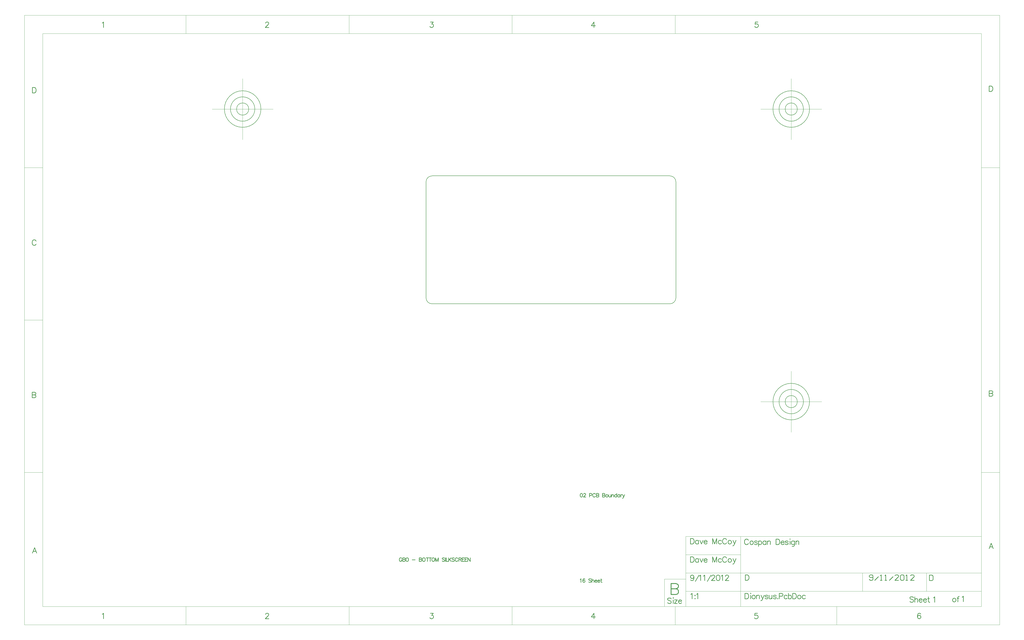
<source format=gbo>
%FSLAX25Y25*%
%MOIN*%
G70*
G01*
G75*
G04 Layer_Color=32896*
%ADD10R,0.02953X0.02559*%
%ADD11R,0.09843X0.03543*%
%ADD12R,0.00984X0.03150*%
%ADD13R,0.02559X0.02953*%
%ADD14R,0.04331X0.12598*%
%ADD15R,0.05906X0.05118*%
%ADD16R,0.02362X0.01969*%
%ADD17R,0.01969X0.02362*%
%ADD18R,0.01772X0.03937*%
%ADD19R,0.02362X0.03937*%
%ADD20R,0.02756X0.01969*%
%ADD21R,0.01969X0.02756*%
%ADD22R,0.07874X0.04724*%
%ADD23O,0.07087X0.01181*%
%ADD24O,0.01181X0.07087*%
%ADD25R,0.05315X0.01575*%
%ADD26R,0.05512X0.06299*%
%ADD27R,0.07087X0.07480*%
%ADD28R,0.05118X0.09055*%
%ADD29R,0.07087X0.11811*%
%ADD30R,0.04921X0.07284*%
%ADD31R,0.07480X0.02835*%
%ADD32R,0.04921X0.01378*%
%ADD33O,0.06102X0.02165*%
%ADD34C,0.00600*%
%ADD35C,0.01000*%
%ADD36C,0.02000*%
%ADD37C,0.03000*%
%ADD38C,0.01500*%
%ADD39C,0.00400*%
%ADD40C,0.00200*%
%ADD41C,0.01400*%
%ADD42C,0.06000*%
%ADD43C,0.03937*%
%ADD44C,0.05906*%
%ADD45C,0.02400*%
%ADD46C,0.04000*%
%ADD47C,0.14900*%
%ADD48C,0.06400*%
G04:AMPARAMS|DCode=49|XSize=80mil|YSize=80mil|CornerRadius=0mil|HoleSize=0mil|Usage=FLASHONLY|Rotation=0.000|XOffset=0mil|YOffset=0mil|HoleType=Round|Shape=Relief|Width=8mil|Gap=10mil|Entries=4|*
%AMTHD49*
7,0,0,0.08000,0.06000,0.00800,45*
%
%ADD49THD49*%
%ADD50C,0.09400*%
%ADD51C,0.03400*%
G04:AMPARAMS|DCode=52|XSize=50mil|YSize=50mil|CornerRadius=0mil|HoleSize=0mil|Usage=FLASHONLY|Rotation=0.000|XOffset=0mil|YOffset=0mil|HoleType=Round|Shape=Relief|Width=8mil|Gap=10mil|Entries=4|*
%AMTHD52*
7,0,0,0.05000,0.03000,0.00800,45*
%
%ADD52THD52*%
%ADD53C,0.00984*%
%ADD54C,0.02362*%
%ADD55C,0.00787*%
%ADD56C,0.00394*%
%ADD57R,0.03553X0.03159*%
%ADD58R,0.10394X0.04095*%
%ADD59R,0.01535X0.03701*%
%ADD60R,0.03159X0.03553*%
%ADD61R,0.04931X0.13198*%
%ADD62R,0.06506X0.05718*%
%ADD63R,0.02962X0.02569*%
%ADD64R,0.02569X0.02962*%
%ADD65R,0.02372X0.04537*%
%ADD66R,0.02962X0.04537*%
%ADD67R,0.03356X0.02569*%
%ADD68R,0.02569X0.03356*%
%ADD69R,0.08474X0.05324*%
%ADD70O,0.07687X0.01781*%
%ADD71O,0.01781X0.07687*%
%ADD72R,0.05915X0.02175*%
%ADD73R,0.06112X0.06899*%
%ADD74R,0.07687X0.08080*%
%ADD75R,0.05718X0.09655*%
%ADD76R,0.07687X0.12411*%
%ADD77R,0.05521X0.07883*%
%ADD78R,0.08080X0.03435*%
%ADD79R,0.05521X0.01978*%
%ADD80O,0.06702X0.02765*%
%ADD81C,0.00300*%
%ADD82C,0.06600*%
%ADD83C,0.04537*%
%ADD84C,0.06506*%
%ADD85C,0.03000*%
D34*
X400800Y400D02*
G03*
X410800Y10400I0J10000D01*
G01*
Y200400D02*
G03*
X400800Y210400I-10000J0D01*
G01*
X10800D02*
G03*
X800Y200400I0J-10000D01*
G01*
Y10400D02*
G03*
X10800Y400I10000J0D01*
G01*
X-270000Y320000D02*
G03*
X-270000Y320000I-30000J0D01*
G01*
X-280000D02*
G03*
X-280000Y320000I-20000J0D01*
G01*
X-290000D02*
G03*
X-290000Y320000I-10000J0D01*
G01*
X630000D02*
G03*
X630000Y320000I-30000J0D01*
G01*
X620000D02*
G03*
X620000Y320000I-20000J0D01*
G01*
X610000D02*
G03*
X610000Y320000I-10000J0D01*
G01*
X630000Y-160000D02*
G03*
X630000Y-160000I-30000J0D01*
G01*
X620000D02*
G03*
X620000Y-160000I-20000J0D01*
G01*
X610000D02*
G03*
X610000Y-160000I-10000J0D01*
G01*
X10800Y210400D02*
X400800D01*
X410800Y10400D02*
Y200400D01*
X10800Y400D02*
X400800D01*
X800Y10400D02*
Y200400D01*
D35*
X-38940Y-417457D02*
X-39226Y-416886D01*
X-39797Y-416315D01*
X-40369Y-416029D01*
X-41511D01*
X-42083Y-416315D01*
X-42654Y-416886D01*
X-42940Y-417457D01*
X-43225Y-418314D01*
Y-419742D01*
X-42940Y-420599D01*
X-42654Y-421171D01*
X-42083Y-421742D01*
X-41511Y-422028D01*
X-40369D01*
X-39797Y-421742D01*
X-39226Y-421171D01*
X-38940Y-420599D01*
Y-419742D01*
X-40369D02*
X-38940D01*
X-37569Y-416029D02*
Y-422028D01*
Y-416029D02*
X-34998D01*
X-34141Y-416315D01*
X-33856Y-416600D01*
X-33570Y-417172D01*
Y-417743D01*
X-33856Y-418314D01*
X-34141Y-418600D01*
X-34998Y-418886D01*
X-37569D02*
X-34998D01*
X-34141Y-419171D01*
X-33856Y-419457D01*
X-33570Y-420028D01*
Y-420885D01*
X-33856Y-421456D01*
X-34141Y-421742D01*
X-34998Y-422028D01*
X-37569D01*
X-30514Y-416029D02*
X-31371Y-416315D01*
X-31942Y-417172D01*
X-32228Y-418600D01*
Y-419457D01*
X-31942Y-420885D01*
X-31371Y-421742D01*
X-30514Y-422028D01*
X-29942D01*
X-29085Y-421742D01*
X-28514Y-420885D01*
X-28228Y-419457D01*
Y-418600D01*
X-28514Y-417172D01*
X-29085Y-416315D01*
X-29942Y-416029D01*
X-30514D01*
X-22173Y-419457D02*
X-17031D01*
X-10547Y-416029D02*
Y-422028D01*
Y-416029D02*
X-7976D01*
X-7119Y-416315D01*
X-6833Y-416600D01*
X-6547Y-417172D01*
Y-417743D01*
X-6833Y-418314D01*
X-7119Y-418600D01*
X-7976Y-418886D01*
X-10547D02*
X-7976D01*
X-7119Y-419171D01*
X-6833Y-419457D01*
X-6547Y-420028D01*
Y-420885D01*
X-6833Y-421456D01*
X-7119Y-421742D01*
X-7976Y-422028D01*
X-10547D01*
X-3491Y-416029D02*
X-4062Y-416315D01*
X-4634Y-416886D01*
X-4919Y-417457D01*
X-5205Y-418314D01*
Y-419742D01*
X-4919Y-420599D01*
X-4634Y-421171D01*
X-4062Y-421742D01*
X-3491Y-422028D01*
X-2348D01*
X-1777Y-421742D01*
X-1206Y-421171D01*
X-920Y-420599D01*
X-634Y-419742D01*
Y-418314D01*
X-920Y-417457D01*
X-1206Y-416886D01*
X-1777Y-416315D01*
X-2348Y-416029D01*
X-3491D01*
X2765D02*
Y-422028D01*
X765Y-416029D02*
X4764D01*
X7478D02*
Y-422028D01*
X5479Y-416029D02*
X9478D01*
X11906D02*
X11334Y-416315D01*
X10763Y-416886D01*
X10478Y-417457D01*
X10192Y-418314D01*
Y-419742D01*
X10478Y-420599D01*
X10763Y-421171D01*
X11334Y-421742D01*
X11906Y-422028D01*
X13048D01*
X13620Y-421742D01*
X14191Y-421171D01*
X14477Y-420599D01*
X14762Y-419742D01*
Y-418314D01*
X14477Y-417457D01*
X14191Y-416886D01*
X13620Y-416315D01*
X13048Y-416029D01*
X11906D01*
X16162D02*
Y-422028D01*
Y-416029D02*
X18447Y-422028D01*
X20732Y-416029D02*
X18447Y-422028D01*
X20732Y-416029D02*
Y-422028D01*
X31159Y-416886D02*
X30588Y-416315D01*
X29731Y-416029D01*
X28588D01*
X27731Y-416315D01*
X27160Y-416886D01*
Y-417457D01*
X27445Y-418029D01*
X27731Y-418314D01*
X28302Y-418600D01*
X30016Y-419171D01*
X30588Y-419457D01*
X30873Y-419742D01*
X31159Y-420314D01*
Y-421171D01*
X30588Y-421742D01*
X29731Y-422028D01*
X28588D01*
X27731Y-421742D01*
X27160Y-421171D01*
X32501Y-416029D02*
Y-422028D01*
X33758Y-416029D02*
Y-422028D01*
X37186D01*
X37843Y-416029D02*
Y-422028D01*
X41842Y-416029D02*
X37843Y-420028D01*
X39271Y-418600D02*
X41842Y-422028D01*
X47184Y-416886D02*
X46613Y-416315D01*
X45756Y-416029D01*
X44613D01*
X43756Y-416315D01*
X43185Y-416886D01*
Y-417457D01*
X43470Y-418029D01*
X43756Y-418314D01*
X44328Y-418600D01*
X46041Y-419171D01*
X46613Y-419457D01*
X46898Y-419742D01*
X47184Y-420314D01*
Y-421171D01*
X46613Y-421742D01*
X45756Y-422028D01*
X44613D01*
X43756Y-421742D01*
X43185Y-421171D01*
X52811Y-417457D02*
X52526Y-416886D01*
X51954Y-416315D01*
X51383Y-416029D01*
X50240D01*
X49669Y-416315D01*
X49098Y-416886D01*
X48812Y-417457D01*
X48527Y-418314D01*
Y-419742D01*
X48812Y-420599D01*
X49098Y-421171D01*
X49669Y-421742D01*
X50240Y-422028D01*
X51383D01*
X51954Y-421742D01*
X52526Y-421171D01*
X52811Y-420599D01*
X54497Y-416029D02*
Y-422028D01*
Y-416029D02*
X57068D01*
X57925Y-416315D01*
X58210Y-416600D01*
X58496Y-417172D01*
Y-417743D01*
X58210Y-418314D01*
X57925Y-418600D01*
X57068Y-418886D01*
X54497D01*
X56496D02*
X58496Y-422028D01*
X63552Y-416029D02*
X59838D01*
Y-422028D01*
X63552D01*
X59838Y-418886D02*
X62124D01*
X68265Y-416029D02*
X64552D01*
Y-422028D01*
X68265D01*
X64552Y-418886D02*
X66837D01*
X69265Y-416029D02*
Y-422028D01*
Y-416029D02*
X73264Y-422028D01*
Y-416029D02*
Y-422028D01*
X255214Y-310501D02*
X254357Y-310787D01*
X253786Y-311644D01*
X253500Y-313072D01*
Y-313929D01*
X253786Y-315357D01*
X254357Y-316214D01*
X255214Y-316500D01*
X255785D01*
X256642Y-316214D01*
X257213Y-315357D01*
X257499Y-313929D01*
Y-313072D01*
X257213Y-311644D01*
X256642Y-310787D01*
X255785Y-310501D01*
X255214D01*
X259127Y-311930D02*
Y-311644D01*
X259413Y-311073D01*
X259699Y-310787D01*
X260270Y-310501D01*
X261413D01*
X261984Y-310787D01*
X262269Y-311073D01*
X262555Y-311644D01*
Y-312215D01*
X262269Y-312787D01*
X261698Y-313644D01*
X258842Y-316500D01*
X262841D01*
X268897Y-313644D02*
X271468D01*
X272324Y-313358D01*
X272610Y-313072D01*
X272896Y-312501D01*
Y-311644D01*
X272610Y-311073D01*
X272324Y-310787D01*
X271468Y-310501D01*
X268897D01*
Y-316500D01*
X278523Y-311930D02*
X278238Y-311358D01*
X277666Y-310787D01*
X277095Y-310501D01*
X275952D01*
X275381Y-310787D01*
X274810Y-311358D01*
X274524Y-311930D01*
X274238Y-312787D01*
Y-314215D01*
X274524Y-315072D01*
X274810Y-315643D01*
X275381Y-316214D01*
X275952Y-316500D01*
X277095D01*
X277666Y-316214D01*
X278238Y-315643D01*
X278523Y-315072D01*
X280209Y-310501D02*
Y-316500D01*
Y-310501D02*
X282779D01*
X283636Y-310787D01*
X283922Y-311073D01*
X284208Y-311644D01*
Y-312215D01*
X283922Y-312787D01*
X283636Y-313072D01*
X282779Y-313358D01*
X280209D02*
X282779D01*
X283636Y-313644D01*
X283922Y-313929D01*
X284208Y-314500D01*
Y-315357D01*
X283922Y-315929D01*
X283636Y-316214D01*
X282779Y-316500D01*
X280209D01*
X290264Y-310501D02*
Y-316500D01*
Y-310501D02*
X292834D01*
X293691Y-310787D01*
X293977Y-311073D01*
X294263Y-311644D01*
Y-312215D01*
X293977Y-312787D01*
X293691Y-313072D01*
X292834Y-313358D01*
X290264D02*
X292834D01*
X293691Y-313644D01*
X293977Y-313929D01*
X294263Y-314500D01*
Y-315357D01*
X293977Y-315929D01*
X293691Y-316214D01*
X292834Y-316500D01*
X290264D01*
X297034Y-312501D02*
X296462Y-312787D01*
X295891Y-313358D01*
X295605Y-314215D01*
Y-314786D01*
X295891Y-315643D01*
X296462Y-316214D01*
X297034Y-316500D01*
X297890D01*
X298462Y-316214D01*
X299033Y-315643D01*
X299319Y-314786D01*
Y-314215D01*
X299033Y-313358D01*
X298462Y-312787D01*
X297890Y-312501D01*
X297034D01*
X300633D02*
Y-315357D01*
X300918Y-316214D01*
X301490Y-316500D01*
X302347D01*
X302918Y-316214D01*
X303775Y-315357D01*
Y-312501D02*
Y-316500D01*
X305346Y-312501D02*
Y-316500D01*
Y-313644D02*
X306203Y-312787D01*
X306774Y-312501D01*
X307631D01*
X308203Y-312787D01*
X308488Y-313644D01*
Y-316500D01*
X313487Y-310501D02*
Y-316500D01*
Y-313358D02*
X312916Y-312787D01*
X312345Y-312501D01*
X311488D01*
X310916Y-312787D01*
X310345Y-313358D01*
X310059Y-314215D01*
Y-314786D01*
X310345Y-315643D01*
X310916Y-316214D01*
X311488Y-316500D01*
X312345D01*
X312916Y-316214D01*
X313487Y-315643D01*
X318515Y-312501D02*
Y-316500D01*
Y-313358D02*
X317943Y-312787D01*
X317372Y-312501D01*
X316515D01*
X315944Y-312787D01*
X315372Y-313358D01*
X315087Y-314215D01*
Y-314786D01*
X315372Y-315643D01*
X315944Y-316214D01*
X316515Y-316500D01*
X317372D01*
X317943Y-316214D01*
X318515Y-315643D01*
X320114Y-312501D02*
Y-316500D01*
Y-314215D02*
X320400Y-313358D01*
X320971Y-312787D01*
X321543Y-312501D01*
X322399D01*
X323228D02*
X324942Y-316500D01*
X326656Y-312501D02*
X324942Y-316500D01*
X324371Y-317643D01*
X323799Y-318214D01*
X323228Y-318500D01*
X322942D01*
X253500Y-451644D02*
X254071Y-451358D01*
X254928Y-450501D01*
Y-456500D01*
X261327Y-451358D02*
X261041Y-450787D01*
X260184Y-450501D01*
X259613D01*
X258756Y-450787D01*
X258185Y-451644D01*
X257899Y-453072D01*
Y-454500D01*
X258185Y-455643D01*
X258756Y-456214D01*
X259613Y-456500D01*
X259899D01*
X260756Y-456214D01*
X261327Y-455643D01*
X261613Y-454786D01*
Y-454500D01*
X261327Y-453644D01*
X260756Y-453072D01*
X259899Y-452786D01*
X259613D01*
X258756Y-453072D01*
X258185Y-453644D01*
X257899Y-454500D01*
X271639Y-451358D02*
X271068Y-450787D01*
X270211Y-450501D01*
X269068D01*
X268211Y-450787D01*
X267640Y-451358D01*
Y-451930D01*
X267926Y-452501D01*
X268211Y-452786D01*
X268782Y-453072D01*
X270496Y-453644D01*
X271068Y-453929D01*
X271353Y-454215D01*
X271639Y-454786D01*
Y-455643D01*
X271068Y-456214D01*
X270211Y-456500D01*
X269068D01*
X268211Y-456214D01*
X267640Y-455643D01*
X272982Y-450501D02*
Y-456500D01*
Y-453644D02*
X273838Y-452786D01*
X274410Y-452501D01*
X275267D01*
X275838Y-452786D01*
X276124Y-453644D01*
Y-456500D01*
X277695Y-454215D02*
X281123D01*
Y-453644D01*
X280837Y-453072D01*
X280551Y-452786D01*
X279980Y-452501D01*
X279123D01*
X278552Y-452786D01*
X277980Y-453358D01*
X277695Y-454215D01*
Y-454786D01*
X277980Y-455643D01*
X278552Y-456214D01*
X279123Y-456500D01*
X279980D01*
X280551Y-456214D01*
X281123Y-455643D01*
X282408Y-454215D02*
X285836D01*
Y-453644D01*
X285550Y-453072D01*
X285265Y-452786D01*
X284693Y-452501D01*
X283836D01*
X283265Y-452786D01*
X282694Y-453358D01*
X282408Y-454215D01*
Y-454786D01*
X282694Y-455643D01*
X283265Y-456214D01*
X283836Y-456500D01*
X284693D01*
X285265Y-456214D01*
X285836Y-455643D01*
X287978Y-450501D02*
Y-455357D01*
X288264Y-456214D01*
X288835Y-456500D01*
X289407D01*
X287121Y-452501D02*
X289121D01*
X880091Y-480724D02*
X880947Y-480295D01*
X882233Y-479010D01*
Y-488008D01*
X826500Y-444503D02*
Y-453500D01*
X830999D01*
X832498Y-452001D01*
Y-446002D01*
X830999Y-444503D01*
X826500D01*
X833142Y-481708D02*
X833999Y-481280D01*
X835284Y-479994D01*
Y-488992D01*
X-530500Y461284D02*
X-529643Y461713D01*
X-528358Y462998D01*
Y454000D01*
X924500Y357998D02*
Y349000D01*
Y357998D02*
X927499D01*
X928785Y357570D01*
X929642Y356713D01*
X930070Y355856D01*
X930499Y354570D01*
Y352428D01*
X930070Y351142D01*
X929642Y350285D01*
X928785Y349429D01*
X927499Y349000D01*
X924500D01*
X529549Y-387581D02*
X529121Y-386724D01*
X528264Y-385867D01*
X527407Y-385439D01*
X525693D01*
X524836Y-385867D01*
X523979Y-386724D01*
X523551Y-387581D01*
X523122Y-388867D01*
Y-391009D01*
X523551Y-392295D01*
X523979Y-393152D01*
X524836Y-394008D01*
X525693Y-394437D01*
X527407D01*
X528264Y-394008D01*
X529121Y-393152D01*
X529549Y-392295D01*
X534220Y-388438D02*
X533363Y-388867D01*
X532506Y-389724D01*
X532077Y-391009D01*
Y-391866D01*
X532506Y-393152D01*
X533363Y-394008D01*
X534220Y-394437D01*
X535505D01*
X536362Y-394008D01*
X537219Y-393152D01*
X537647Y-391866D01*
Y-391009D01*
X537219Y-389724D01*
X536362Y-388867D01*
X535505Y-388438D01*
X534220D01*
X544332Y-389724D02*
X543903Y-388867D01*
X542618Y-388438D01*
X541332D01*
X540047Y-388867D01*
X539618Y-389724D01*
X540047Y-390581D01*
X540904Y-391009D01*
X543046Y-391438D01*
X543903Y-391866D01*
X544332Y-392723D01*
Y-393152D01*
X543903Y-394008D01*
X542618Y-394437D01*
X541332D01*
X540047Y-394008D01*
X539618Y-393152D01*
X546217Y-388438D02*
Y-397436D01*
Y-389724D02*
X547074Y-388867D01*
X547931Y-388438D01*
X549217D01*
X550073Y-388867D01*
X550930Y-389724D01*
X551359Y-391009D01*
Y-391866D01*
X550930Y-393152D01*
X550073Y-394008D01*
X549217Y-394437D01*
X547931D01*
X547074Y-394008D01*
X546217Y-393152D01*
X558429Y-388438D02*
Y-394437D01*
Y-389724D02*
X557572Y-388867D01*
X556715Y-388438D01*
X555429D01*
X554572Y-388867D01*
X553716Y-389724D01*
X553287Y-391009D01*
Y-391866D01*
X553716Y-393152D01*
X554572Y-394008D01*
X555429Y-394437D01*
X556715D01*
X557572Y-394008D01*
X558429Y-393152D01*
X560828Y-388438D02*
Y-394437D01*
Y-390152D02*
X562114Y-388867D01*
X562971Y-388438D01*
X564256D01*
X565113Y-388867D01*
X565542Y-390152D01*
Y-394437D01*
X574968Y-385439D02*
Y-394437D01*
Y-385439D02*
X577967D01*
X579253Y-385867D01*
X580110Y-386724D01*
X580538Y-387581D01*
X580967Y-388867D01*
Y-391009D01*
X580538Y-392295D01*
X580110Y-393152D01*
X579253Y-394008D01*
X577967Y-394437D01*
X574968D01*
X582981Y-391009D02*
X588122D01*
Y-390152D01*
X587694Y-389295D01*
X587265Y-388867D01*
X586409Y-388438D01*
X585123D01*
X584266Y-388867D01*
X583409Y-389724D01*
X582981Y-391009D01*
Y-391866D01*
X583409Y-393152D01*
X584266Y-394008D01*
X585123Y-394437D01*
X586409D01*
X587265Y-394008D01*
X588122Y-393152D01*
X594764Y-389724D02*
X594335Y-388867D01*
X593050Y-388438D01*
X591764D01*
X590479Y-388867D01*
X590051Y-389724D01*
X590479Y-390581D01*
X591336Y-391009D01*
X593478Y-391438D01*
X594335Y-391866D01*
X594764Y-392723D01*
Y-393152D01*
X594335Y-394008D01*
X593050Y-394437D01*
X591764D01*
X590479Y-394008D01*
X590051Y-393152D01*
X597506Y-385439D02*
X597935Y-385867D01*
X598363Y-385439D01*
X597935Y-385011D01*
X597506Y-385439D01*
X597935Y-388438D02*
Y-394437D01*
X605090Y-388438D02*
Y-395294D01*
X604662Y-396579D01*
X604233Y-397008D01*
X603376Y-397436D01*
X602091D01*
X601234Y-397008D01*
X605090Y-389724D02*
X604233Y-388867D01*
X603376Y-388438D01*
X602091D01*
X601234Y-388867D01*
X600377Y-389724D01*
X599948Y-391009D01*
Y-391866D01*
X600377Y-393152D01*
X601234Y-394008D01*
X602091Y-394437D01*
X603376D01*
X604233Y-394008D01*
X605090Y-393152D01*
X607490Y-388438D02*
Y-394437D01*
Y-390152D02*
X608775Y-388867D01*
X609632Y-388438D01*
X610918D01*
X611774Y-388867D01*
X612203Y-390152D01*
Y-394437D01*
X931356Y-401000D02*
X927928Y-392002D01*
X924500Y-401000D01*
X925785Y-398001D02*
X930070D01*
X-262572Y460856D02*
Y461284D01*
X-262143Y462141D01*
X-261715Y462570D01*
X-260858Y462998D01*
X-259144D01*
X-258287Y462570D01*
X-257858Y462141D01*
X-257430Y461284D01*
Y460427D01*
X-257858Y459570D01*
X-258715Y458285D01*
X-263000Y454000D01*
X-257001D01*
X7857Y462998D02*
X12570D01*
X9999Y459570D01*
X11285D01*
X12142Y459142D01*
X12570Y458713D01*
X12999Y457428D01*
Y456571D01*
X12570Y455285D01*
X11713Y454428D01*
X10428Y454000D01*
X9142D01*
X7857Y454428D01*
X7429Y454857D01*
X7000Y455714D01*
X276285Y462998D02*
X272000Y456999D01*
X278427D01*
X276285Y462998D02*
Y454000D01*
X545142Y462998D02*
X540857D01*
X540428Y459142D01*
X540857Y459570D01*
X542142Y459999D01*
X543428D01*
X544713Y459570D01*
X545570Y458713D01*
X545999Y457428D01*
Y456571D01*
X545570Y455285D01*
X544713Y454428D01*
X543428Y454000D01*
X542142D01*
X540857Y454428D01*
X540428Y454857D01*
X540000Y455714D01*
X-530500Y-508716D02*
X-529643Y-508287D01*
X-528358Y-507002D01*
Y-516000D01*
X-262572Y-509144D02*
Y-508716D01*
X-262143Y-507859D01*
X-261715Y-507430D01*
X-260858Y-507002D01*
X-259144D01*
X-258287Y-507430D01*
X-257858Y-507859D01*
X-257430Y-508716D01*
Y-509573D01*
X-257858Y-510430D01*
X-258715Y-511715D01*
X-263000Y-516000D01*
X-257001D01*
X7857Y-507002D02*
X12570D01*
X9999Y-510430D01*
X11285D01*
X12142Y-510858D01*
X12570Y-511287D01*
X12999Y-512572D01*
Y-513429D01*
X12570Y-514715D01*
X11713Y-515571D01*
X10428Y-516000D01*
X9142D01*
X7857Y-515571D01*
X7429Y-515143D01*
X7000Y-514286D01*
X276285Y-507002D02*
X272000Y-513001D01*
X278427D01*
X276285Y-507002D02*
Y-516000D01*
X544642Y-507002D02*
X540357D01*
X539928Y-510858D01*
X540357Y-510430D01*
X541642Y-510001D01*
X542928D01*
X544213Y-510430D01*
X545070Y-511287D01*
X545499Y-512572D01*
Y-513429D01*
X545070Y-514715D01*
X544213Y-515571D01*
X542928Y-516000D01*
X541642D01*
X540357Y-515571D01*
X539928Y-515143D01*
X539500Y-514286D01*
X728000Y-451501D02*
X729499Y-453000D01*
X732499D01*
X733998Y-451501D01*
Y-445502D01*
X732499Y-444003D01*
X729499D01*
X728000Y-445502D01*
Y-447002D01*
X729499Y-448501D01*
X733998D01*
X736997Y-453000D02*
X742995Y-447002D01*
X745994Y-453000D02*
X748993D01*
X747494D01*
Y-444003D01*
X745994Y-445502D01*
X753492Y-453000D02*
X756491D01*
X754991D01*
Y-444003D01*
X753492Y-445502D01*
X760989Y-453000D02*
X766987Y-447002D01*
X775984Y-453000D02*
X769986D01*
X775984Y-447002D01*
Y-445502D01*
X774485Y-444003D01*
X771486D01*
X769986Y-445502D01*
X778983D02*
X780483Y-444003D01*
X783482D01*
X784982Y-445502D01*
Y-451501D01*
X783482Y-453000D01*
X780483D01*
X778983Y-451501D01*
Y-445502D01*
X787981Y-453000D02*
X790980D01*
X789480D01*
Y-444003D01*
X787981Y-445502D01*
X801476Y-453000D02*
X795478D01*
X801476Y-447002D01*
Y-445502D01*
X799977Y-444003D01*
X796978D01*
X795478Y-445502D01*
X524500Y-444002D02*
Y-453000D01*
Y-444002D02*
X527499D01*
X528785Y-444430D01*
X529642Y-445287D01*
X530070Y-446144D01*
X530499Y-447430D01*
Y-449572D01*
X530070Y-450858D01*
X529642Y-451715D01*
X528785Y-452571D01*
X527499Y-453000D01*
X524500D01*
X800499Y-481287D02*
X799642Y-480430D01*
X798356Y-480002D01*
X796642D01*
X795357Y-480430D01*
X794500Y-481287D01*
Y-482144D01*
X794929Y-483001D01*
X795357Y-483430D01*
X796214Y-483858D01*
X798785Y-484715D01*
X799642Y-485144D01*
X800070Y-485572D01*
X800499Y-486429D01*
Y-487715D01*
X799642Y-488572D01*
X798356Y-489000D01*
X796642D01*
X795357Y-488572D01*
X794500Y-487715D01*
X802513Y-480002D02*
Y-489000D01*
Y-484715D02*
X803798Y-483430D01*
X804655Y-483001D01*
X805940D01*
X806797Y-483430D01*
X807226Y-484715D01*
Y-489000D01*
X809583Y-485572D02*
X814724D01*
Y-484715D01*
X814296Y-483858D01*
X813867Y-483430D01*
X813010Y-483001D01*
X811725D01*
X810868Y-483430D01*
X810011Y-484287D01*
X809583Y-485572D01*
Y-486429D01*
X810011Y-487715D01*
X810868Y-488572D01*
X811725Y-489000D01*
X813010D01*
X813867Y-488572D01*
X814724Y-487715D01*
X816652Y-485572D02*
X821794D01*
Y-484715D01*
X821366Y-483858D01*
X820937Y-483430D01*
X820080Y-483001D01*
X818795D01*
X817938Y-483430D01*
X817081Y-484287D01*
X816652Y-485572D01*
Y-486429D01*
X817081Y-487715D01*
X817938Y-488572D01*
X818795Y-489000D01*
X820080D01*
X820937Y-488572D01*
X821794Y-487715D01*
X825008Y-480002D02*
Y-487286D01*
X825436Y-488572D01*
X826293Y-489000D01*
X827150D01*
X823722Y-483001D02*
X826722D01*
X866642Y-482501D02*
X865785Y-482930D01*
X864929Y-483787D01*
X864500Y-485072D01*
Y-485929D01*
X864929Y-487215D01*
X865785Y-488071D01*
X866642Y-488500D01*
X867928D01*
X868785Y-488071D01*
X869642Y-487215D01*
X870070Y-485929D01*
Y-485072D01*
X869642Y-483787D01*
X868785Y-482930D01*
X867928Y-482501D01*
X866642D01*
X875469Y-479502D02*
X874612D01*
X873755Y-479930D01*
X873327Y-481216D01*
Y-488500D01*
X872041Y-482501D02*
X875041D01*
X434500Y-384502D02*
Y-393500D01*
Y-384502D02*
X437499D01*
X438785Y-384930D01*
X439642Y-385787D01*
X440070Y-386644D01*
X440499Y-387930D01*
Y-390072D01*
X440070Y-391358D01*
X439642Y-392215D01*
X438785Y-393072D01*
X437499Y-393500D01*
X434500D01*
X447654Y-387501D02*
Y-393500D01*
Y-388787D02*
X446797Y-387930D01*
X445940Y-387501D01*
X444655D01*
X443798Y-387930D01*
X442941Y-388787D01*
X442513Y-390072D01*
Y-390929D01*
X442941Y-392215D01*
X443798Y-393072D01*
X444655Y-393500D01*
X445940D01*
X446797Y-393072D01*
X447654Y-392215D01*
X450054Y-387501D02*
X452625Y-393500D01*
X455196Y-387501D02*
X452625Y-393500D01*
X456652Y-390072D02*
X461794D01*
Y-389215D01*
X461366Y-388358D01*
X460937Y-387930D01*
X460080Y-387501D01*
X458795D01*
X457938Y-387930D01*
X457081Y-388787D01*
X456652Y-390072D01*
Y-390929D01*
X457081Y-392215D01*
X457938Y-393072D01*
X458795Y-393500D01*
X460080D01*
X460937Y-393072D01*
X461794Y-392215D01*
X470792Y-384502D02*
Y-393500D01*
Y-384502D02*
X474220Y-393500D01*
X477648Y-384502D02*
X474220Y-393500D01*
X477648Y-384502D02*
Y-393500D01*
X485360Y-388787D02*
X484504Y-387930D01*
X483647Y-387501D01*
X482361D01*
X481504Y-387930D01*
X480647Y-388787D01*
X480219Y-390072D01*
Y-390929D01*
X480647Y-392215D01*
X481504Y-393072D01*
X482361Y-393500D01*
X483647D01*
X484504Y-393072D01*
X485360Y-392215D01*
X493716Y-386644D02*
X493287Y-385787D01*
X492430Y-384930D01*
X491573Y-384502D01*
X489860D01*
X489003Y-384930D01*
X488146Y-385787D01*
X487717Y-386644D01*
X487289Y-387930D01*
Y-390072D01*
X487717Y-391358D01*
X488146Y-392215D01*
X489003Y-393072D01*
X489860Y-393500D01*
X491573D01*
X492430Y-393072D01*
X493287Y-392215D01*
X493716Y-391358D01*
X498386Y-387501D02*
X497529Y-387930D01*
X496672Y-388787D01*
X496244Y-390072D01*
Y-390929D01*
X496672Y-392215D01*
X497529Y-393072D01*
X498386Y-393500D01*
X499672D01*
X500529Y-393072D01*
X501386Y-392215D01*
X501814Y-390929D01*
Y-390072D01*
X501386Y-388787D01*
X500529Y-387930D01*
X499672Y-387501D01*
X498386D01*
X504214D02*
X506784Y-393500D01*
X509355Y-387501D02*
X506784Y-393500D01*
X505928Y-395214D01*
X505071Y-396071D01*
X504214Y-396499D01*
X503785D01*
X434500Y-414502D02*
Y-423500D01*
Y-414502D02*
X437499D01*
X438785Y-414930D01*
X439642Y-415787D01*
X440070Y-416644D01*
X440499Y-417930D01*
Y-420072D01*
X440070Y-421358D01*
X439642Y-422215D01*
X438785Y-423071D01*
X437499Y-423500D01*
X434500D01*
X447654Y-417501D02*
Y-423500D01*
Y-418787D02*
X446797Y-417930D01*
X445940Y-417501D01*
X444655D01*
X443798Y-417930D01*
X442941Y-418787D01*
X442513Y-420072D01*
Y-420929D01*
X442941Y-422215D01*
X443798Y-423071D01*
X444655Y-423500D01*
X445940D01*
X446797Y-423071D01*
X447654Y-422215D01*
X450054Y-417501D02*
X452625Y-423500D01*
X455196Y-417501D02*
X452625Y-423500D01*
X456652Y-420072D02*
X461794D01*
Y-419215D01*
X461366Y-418358D01*
X460937Y-417930D01*
X460080Y-417501D01*
X458795D01*
X457938Y-417930D01*
X457081Y-418787D01*
X456652Y-420072D01*
Y-420929D01*
X457081Y-422215D01*
X457938Y-423071D01*
X458795Y-423500D01*
X460080D01*
X460937Y-423071D01*
X461794Y-422215D01*
X470792Y-414502D02*
Y-423500D01*
Y-414502D02*
X474220Y-423500D01*
X477648Y-414502D02*
X474220Y-423500D01*
X477648Y-414502D02*
Y-423500D01*
X485360Y-418787D02*
X484504Y-417930D01*
X483647Y-417501D01*
X482361D01*
X481504Y-417930D01*
X480647Y-418787D01*
X480219Y-420072D01*
Y-420929D01*
X480647Y-422215D01*
X481504Y-423071D01*
X482361Y-423500D01*
X483647D01*
X484504Y-423071D01*
X485360Y-422215D01*
X493716Y-416644D02*
X493287Y-415787D01*
X492430Y-414930D01*
X491573Y-414502D01*
X489860D01*
X489003Y-414930D01*
X488146Y-415787D01*
X487717Y-416644D01*
X487289Y-417930D01*
Y-420072D01*
X487717Y-421358D01*
X488146Y-422215D01*
X489003Y-423071D01*
X489860Y-423500D01*
X491573D01*
X492430Y-423071D01*
X493287Y-422215D01*
X493716Y-421358D01*
X498386Y-417501D02*
X497529Y-417930D01*
X496672Y-418787D01*
X496244Y-420072D01*
Y-420929D01*
X496672Y-422215D01*
X497529Y-423071D01*
X498386Y-423500D01*
X499672D01*
X500529Y-423071D01*
X501386Y-422215D01*
X501814Y-420929D01*
Y-420072D01*
X501386Y-418787D01*
X500529Y-417930D01*
X499672Y-417501D01*
X498386D01*
X504214D02*
X506784Y-423500D01*
X509355Y-417501D02*
X506784Y-423500D01*
X505928Y-425214D01*
X505071Y-426071D01*
X504214Y-426499D01*
X503785D01*
X440070Y-447501D02*
X439642Y-448787D01*
X438785Y-449644D01*
X437499Y-450072D01*
X437071D01*
X435785Y-449644D01*
X434929Y-448787D01*
X434500Y-447501D01*
Y-447073D01*
X434929Y-445787D01*
X435785Y-444930D01*
X437071Y-444502D01*
X437499D01*
X438785Y-444930D01*
X439642Y-445787D01*
X440070Y-447501D01*
Y-449644D01*
X439642Y-451786D01*
X438785Y-453071D01*
X437499Y-453500D01*
X436642D01*
X435357Y-453071D01*
X434929Y-452215D01*
X442513Y-454785D02*
X448511Y-444502D01*
X449111Y-446216D02*
X449968Y-445787D01*
X451254Y-444502D01*
Y-453500D01*
X455710Y-446216D02*
X456567Y-445787D01*
X457852Y-444502D01*
Y-453500D01*
X462308Y-454785D02*
X468307Y-444502D01*
X469335Y-446644D02*
Y-446216D01*
X469764Y-445359D01*
X470192Y-444930D01*
X471049Y-444502D01*
X472763D01*
X473620Y-444930D01*
X474049Y-445359D01*
X474477Y-446216D01*
Y-447073D01*
X474049Y-447930D01*
X473192Y-449215D01*
X468907Y-453500D01*
X474906D01*
X479490Y-444502D02*
X478205Y-444930D01*
X477348Y-446216D01*
X476920Y-448358D01*
Y-449644D01*
X477348Y-451786D01*
X478205Y-453071D01*
X479490Y-453500D01*
X480347D01*
X481633Y-453071D01*
X482490Y-451786D01*
X482918Y-449644D01*
Y-448358D01*
X482490Y-446216D01*
X481633Y-444930D01*
X480347Y-444502D01*
X479490D01*
X484932Y-446216D02*
X485789Y-445787D01*
X487075Y-444502D01*
Y-453500D01*
X491959Y-446644D02*
Y-446216D01*
X492388Y-445359D01*
X492816Y-444930D01*
X493673Y-444502D01*
X495387D01*
X496244Y-444930D01*
X496672Y-445359D01*
X497101Y-446216D01*
Y-447073D01*
X496672Y-447930D01*
X495816Y-449215D01*
X491531Y-453500D01*
X497529D01*
X402999Y-483287D02*
X402142Y-482430D01*
X400856Y-482002D01*
X399142D01*
X397857Y-482430D01*
X397000Y-483287D01*
Y-484144D01*
X397428Y-485001D01*
X397857Y-485430D01*
X398714Y-485858D01*
X401285Y-486715D01*
X402142Y-487144D01*
X402570Y-487572D01*
X402999Y-488429D01*
Y-489715D01*
X402142Y-490571D01*
X400856Y-491000D01*
X399142D01*
X397857Y-490571D01*
X397000Y-489715D01*
X405869Y-482002D02*
X406298Y-482430D01*
X406727Y-482002D01*
X406298Y-481573D01*
X405869Y-482002D01*
X406298Y-485001D02*
Y-491000D01*
X413025Y-485001D02*
X408312Y-491000D01*
Y-485001D02*
X413025D01*
X408312Y-491000D02*
X413025D01*
X414911Y-487572D02*
X420052D01*
Y-486715D01*
X419624Y-485858D01*
X419195Y-485430D01*
X418338Y-485001D01*
X417053D01*
X416196Y-485430D01*
X415339Y-486287D01*
X414911Y-487572D01*
Y-488429D01*
X415339Y-489715D01*
X416196Y-490571D01*
X417053Y-491000D01*
X418338D01*
X419195Y-490571D01*
X420052Y-489715D01*
X435000Y-476216D02*
X435857Y-475787D01*
X437142Y-474502D01*
Y-483500D01*
X442027Y-477501D02*
X441599Y-477930D01*
X442027Y-478358D01*
X442456Y-477930D01*
X442027Y-477501D01*
Y-482643D02*
X441599Y-483072D01*
X442027Y-483500D01*
X442456Y-483072D01*
X442027Y-482643D01*
X444427Y-476216D02*
X445284Y-475787D01*
X446569Y-474502D01*
Y-483500D01*
X524000Y-474502D02*
Y-483500D01*
Y-474502D02*
X526999D01*
X528285Y-474930D01*
X529142Y-475787D01*
X529570Y-476644D01*
X529999Y-477930D01*
Y-480072D01*
X529570Y-481358D01*
X529142Y-482215D01*
X528285Y-483072D01*
X526999Y-483500D01*
X524000D01*
X532869Y-474502D02*
X533298Y-474930D01*
X533727Y-474502D01*
X533298Y-474073D01*
X532869Y-474502D01*
X533298Y-477501D02*
Y-483500D01*
X537454Y-477501D02*
X536597Y-477930D01*
X535740Y-478787D01*
X535312Y-480072D01*
Y-480929D01*
X535740Y-482215D01*
X536597Y-483072D01*
X537454Y-483500D01*
X538740D01*
X539597Y-483072D01*
X540454Y-482215D01*
X540882Y-480929D01*
Y-480072D01*
X540454Y-478787D01*
X539597Y-477930D01*
X538740Y-477501D01*
X537454D01*
X542853D02*
Y-483500D01*
Y-479215D02*
X544138Y-477930D01*
X544995Y-477501D01*
X546281D01*
X547138Y-477930D01*
X547566Y-479215D01*
Y-483500D01*
X550351Y-477501D02*
X552922Y-483500D01*
X555493Y-477501D02*
X552922Y-483500D01*
X552065Y-485214D01*
X551208Y-486071D01*
X550351Y-486499D01*
X549923D01*
X561706Y-478787D02*
X561278Y-477930D01*
X559992Y-477501D01*
X558707D01*
X557421Y-477930D01*
X556993Y-478787D01*
X557421Y-479644D01*
X558278Y-480072D01*
X560421Y-480501D01*
X561278Y-480929D01*
X561706Y-481786D01*
Y-482215D01*
X561278Y-483072D01*
X559992Y-483500D01*
X558707D01*
X557421Y-483072D01*
X556993Y-482215D01*
X563591Y-477501D02*
Y-481786D01*
X564020Y-483072D01*
X564877Y-483500D01*
X566162D01*
X567019Y-483072D01*
X568305Y-481786D01*
Y-477501D02*
Y-483500D01*
X575375Y-478787D02*
X574946Y-477930D01*
X573661Y-477501D01*
X572375D01*
X571090Y-477930D01*
X570661Y-478787D01*
X571090Y-479644D01*
X571947Y-480072D01*
X574089Y-480501D01*
X574946Y-480929D01*
X575375Y-481786D01*
Y-482215D01*
X574946Y-483072D01*
X573661Y-483500D01*
X572375D01*
X571090Y-483072D01*
X570661Y-482215D01*
X577689Y-482643D02*
X577260Y-483072D01*
X577689Y-483500D01*
X578117Y-483072D01*
X577689Y-482643D01*
X580088Y-479215D02*
X583944D01*
X585230Y-478787D01*
X585658Y-478358D01*
X586087Y-477501D01*
Y-476216D01*
X585658Y-475359D01*
X585230Y-474930D01*
X583944Y-474502D01*
X580088D01*
Y-483500D01*
X593242Y-478787D02*
X592385Y-477930D01*
X591528Y-477501D01*
X590243D01*
X589386Y-477930D01*
X588529Y-478787D01*
X588101Y-480072D01*
Y-480929D01*
X588529Y-482215D01*
X589386Y-483072D01*
X590243Y-483500D01*
X591528D01*
X592385Y-483072D01*
X593242Y-482215D01*
X595170Y-474502D02*
Y-483500D01*
Y-478787D02*
X596027Y-477930D01*
X596884Y-477501D01*
X598170D01*
X599027Y-477930D01*
X599884Y-478787D01*
X600312Y-480072D01*
Y-480929D01*
X599884Y-482215D01*
X599027Y-483072D01*
X598170Y-483500D01*
X596884D01*
X596027Y-483072D01*
X595170Y-482215D01*
X602240Y-474502D02*
Y-483500D01*
Y-474502D02*
X605240D01*
X606525Y-474930D01*
X607382Y-475787D01*
X607811Y-476644D01*
X608239Y-477930D01*
Y-480072D01*
X607811Y-481358D01*
X607382Y-482215D01*
X606525Y-483072D01*
X605240Y-483500D01*
X602240D01*
X612395Y-477501D02*
X611538Y-477930D01*
X610681Y-478787D01*
X610253Y-480072D01*
Y-480929D01*
X610681Y-482215D01*
X611538Y-483072D01*
X612395Y-483500D01*
X613681D01*
X614538Y-483072D01*
X615395Y-482215D01*
X615823Y-480929D01*
Y-480072D01*
X615395Y-478787D01*
X614538Y-477930D01*
X613681Y-477501D01*
X612395D01*
X622936Y-478787D02*
X622079Y-477930D01*
X621222Y-477501D01*
X619937D01*
X619080Y-477930D01*
X618223Y-478787D01*
X617794Y-480072D01*
Y-480929D01*
X618223Y-482215D01*
X619080Y-483072D01*
X619937Y-483500D01*
X621222D01*
X622079Y-483072D01*
X622936Y-482215D01*
X812142Y-508287D02*
X811713Y-507430D01*
X810428Y-507002D01*
X809571D01*
X808285Y-507430D01*
X807428Y-508716D01*
X807000Y-510858D01*
Y-513001D01*
X807428Y-514715D01*
X808285Y-515571D01*
X809571Y-516000D01*
X809999D01*
X811285Y-515571D01*
X812142Y-514715D01*
X812570Y-513429D01*
Y-513001D01*
X812142Y-511715D01*
X811285Y-510858D01*
X809999Y-510430D01*
X809571D01*
X808285Y-510858D01*
X807428Y-511715D01*
X807000Y-513001D01*
X-645000Y355498D02*
Y346500D01*
Y355498D02*
X-642001D01*
X-640715Y355070D01*
X-639858Y354213D01*
X-639430Y353356D01*
X-639001Y352070D01*
Y349928D01*
X-639430Y348642D01*
X-639858Y347785D01*
X-640715Y346929D01*
X-642001Y346500D01*
X-645000D01*
X-639073Y103356D02*
X-639501Y104213D01*
X-640358Y105070D01*
X-641215Y105498D01*
X-642929D01*
X-643786Y105070D01*
X-644643Y104213D01*
X-645072Y103356D01*
X-645500Y102070D01*
Y99928D01*
X-645072Y98642D01*
X-644643Y97785D01*
X-643786Y96929D01*
X-642929Y96500D01*
X-641215D01*
X-640358Y96929D01*
X-639501Y97785D01*
X-639073Y98642D01*
X-645500Y-144502D02*
Y-153500D01*
Y-144502D02*
X-641644D01*
X-640358Y-144930D01*
X-639930Y-145359D01*
X-639501Y-146216D01*
Y-147073D01*
X-639930Y-147930D01*
X-640358Y-148358D01*
X-641644Y-148787D01*
X-645500D02*
X-641644D01*
X-640358Y-149215D01*
X-639930Y-149644D01*
X-639501Y-150501D01*
Y-151786D01*
X-639930Y-152643D01*
X-640358Y-153071D01*
X-641644Y-153500D01*
X-645500D01*
X-638144Y-408500D02*
X-641572Y-399502D01*
X-645000Y-408500D01*
X-643715Y-405501D02*
X-639430D01*
X924500Y-142002D02*
Y-151000D01*
Y-142002D02*
X928356D01*
X929642Y-142430D01*
X930070Y-142859D01*
X930499Y-143716D01*
Y-144573D01*
X930070Y-145430D01*
X929642Y-145858D01*
X928356Y-146287D01*
X924500D02*
X928356D01*
X929642Y-146715D01*
X930070Y-147144D01*
X930499Y-148001D01*
Y-149286D01*
X930070Y-150143D01*
X929642Y-150572D01*
X928356Y-151000D01*
X924500D01*
D39*
X-300000Y320000D02*
X-250000D01*
X-350000D02*
X-300000D01*
Y370000D01*
Y270000D02*
Y320000D01*
X600000D02*
X650000D01*
X550000D02*
X600000D01*
Y370000D01*
Y270000D02*
Y320000D01*
Y-160000D02*
Y-110000D01*
Y-210000D02*
Y-160000D01*
X650000D01*
X550000D02*
X600000D01*
D40*
X-628000Y444000D02*
X912000D01*
X517000Y-381000D02*
X912000D01*
X392000Y-496000D02*
Y-451000D01*
X427000D01*
Y-496000D02*
Y-381000D01*
X517000Y-496000D02*
Y-381000D01*
X717000Y-471000D02*
Y-441000D01*
X822000Y-471000D02*
Y-441000D01*
X427000Y-381000D02*
X517000D01*
X427000Y-441000D02*
X912000D01*
X427000Y-471000D02*
X912000D01*
X427000Y-411000D02*
X517000D01*
X674500Y-526000D02*
Y-496000D01*
X409500Y-526000D02*
Y-496000D01*
X-125500Y-526000D02*
Y-496000D01*
X142000Y-526000D02*
Y-496000D01*
X-393000Y-526000D02*
Y-496000D01*
X409500Y444000D02*
Y474000D01*
X-125500Y444000D02*
Y474000D01*
X142000Y444000D02*
Y474000D01*
X912000Y224000D02*
X942000D01*
X912000Y-276000D02*
X942000D01*
X-393000Y444000D02*
Y474000D01*
X-658000Y224000D02*
X-628000D01*
X-658000Y-276000D02*
X-628000D01*
X912000Y-496000D02*
Y444000D01*
X-658000Y-26000D02*
X-628000D01*
Y-496000D02*
X912000D01*
X-628000D02*
Y444000D01*
X-658000Y-526000D02*
X942000D01*
Y474000D01*
X-658000D02*
X942000D01*
X-658000Y-526000D02*
Y474000D01*
D41*
X403000Y-458504D02*
Y-476500D01*
Y-458504D02*
X410713D01*
X413283Y-459361D01*
X414141Y-460218D01*
X414997Y-461932D01*
Y-463646D01*
X414141Y-465359D01*
X413283Y-466217D01*
X410713Y-467073D01*
X403000D02*
X410713D01*
X413283Y-467930D01*
X414141Y-468787D01*
X414997Y-470501D01*
Y-473072D01*
X414141Y-474786D01*
X413283Y-475643D01*
X410713Y-476500D01*
X403000D01*
M02*

</source>
